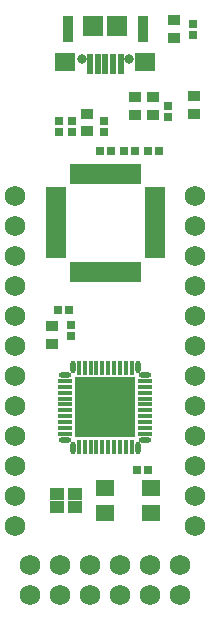
<source format=gts>
G04 Layer_Color=8388736*
%FSLAX25Y25*%
%MOIN*%
G70*
G01*
G75*
%ADD49O,0.04343X0.01784*%
%ADD50R,0.04540X0.01784*%
%ADD51O,0.01784X0.04343*%
%ADD52R,0.01784X0.04540*%
%ADD53R,0.19894X0.19894*%
%ADD54R,0.06706X0.06706*%
%ADD55R,0.07099X0.06300*%
%ADD56R,0.02300X0.06800*%
%ADD57R,0.05918X0.05328*%
%ADD58R,0.06942X0.01902*%
%ADD59R,0.01902X0.06942*%
%ADD60R,0.04300X0.03800*%
%ADD61R,0.04343X0.03556*%
%ADD62R,0.04737X0.03950*%
%ADD63R,0.02769X0.02769*%
%ADD64R,0.02769X0.02769*%
%ADD65C,0.03300*%
%ADD66R,0.03800X0.08800*%
%ADD67C,0.06800*%
%ADD68C,0.03162*%
D49*
X43386Y28673D02*
D03*
Y50327D02*
D03*
X16614D02*
D03*
Y28673D02*
D03*
D50*
X43287Y30642D02*
D03*
Y32610D02*
D03*
Y34579D02*
D03*
Y36547D02*
D03*
Y38516D02*
D03*
Y40484D02*
D03*
Y42453D02*
D03*
Y44421D02*
D03*
Y46390D02*
D03*
Y48358D02*
D03*
X16713D02*
D03*
Y46390D02*
D03*
Y44421D02*
D03*
Y42453D02*
D03*
Y40484D02*
D03*
Y38516D02*
D03*
Y36547D02*
D03*
Y34579D02*
D03*
Y32610D02*
D03*
Y30642D02*
D03*
D51*
X40827Y52886D02*
D03*
X19173D02*
D03*
Y26114D02*
D03*
X40827D02*
D03*
D52*
X38858Y52787D02*
D03*
X36890D02*
D03*
X34921D02*
D03*
X32953D02*
D03*
X30984D02*
D03*
X29016D02*
D03*
X27047D02*
D03*
X25079D02*
D03*
X23110D02*
D03*
X21142D02*
D03*
Y26213D02*
D03*
X23110D02*
D03*
X25079D02*
D03*
X27047D02*
D03*
X29016D02*
D03*
X30984D02*
D03*
X32953D02*
D03*
X34921D02*
D03*
X36890D02*
D03*
X38858D02*
D03*
D53*
X30000Y39500D02*
D03*
D54*
X26063Y166780D02*
D03*
X33937D02*
D03*
D55*
X16614Y154681D02*
D03*
X43386D02*
D03*
D56*
X35118Y153984D02*
D03*
X24882D02*
D03*
X27441D02*
D03*
X32559D02*
D03*
X30000D02*
D03*
D57*
X45177Y12732D02*
D03*
Y4268D02*
D03*
X29823D02*
D03*
Y12732D02*
D03*
D58*
X13543Y111827D02*
D03*
Y109858D02*
D03*
Y107890D02*
D03*
Y105921D02*
D03*
Y103953D02*
D03*
Y101984D02*
D03*
Y100016D02*
D03*
Y98047D02*
D03*
Y96079D02*
D03*
Y94110D02*
D03*
Y92142D02*
D03*
Y90173D02*
D03*
X46457D02*
D03*
Y92142D02*
D03*
Y94110D02*
D03*
Y96079D02*
D03*
Y98047D02*
D03*
Y100016D02*
D03*
Y101984D02*
D03*
Y103953D02*
D03*
Y105921D02*
D03*
Y107890D02*
D03*
Y109858D02*
D03*
Y111827D02*
D03*
D59*
X19173Y84543D02*
D03*
X21142D02*
D03*
X23110D02*
D03*
X25079D02*
D03*
X27047D02*
D03*
X29016D02*
D03*
X30984D02*
D03*
X32953D02*
D03*
X34921D02*
D03*
X36890D02*
D03*
X38858D02*
D03*
X40827D02*
D03*
Y117457D02*
D03*
X38858D02*
D03*
X36890D02*
D03*
X34921D02*
D03*
X32953D02*
D03*
X30984D02*
D03*
X29016D02*
D03*
X27047D02*
D03*
X25079D02*
D03*
X23110D02*
D03*
X21142D02*
D03*
X19173D02*
D03*
D60*
X52953Y162551D02*
D03*
Y168551D02*
D03*
X40000Y137000D02*
D03*
Y143000D02*
D03*
X12402Y60583D02*
D03*
Y66583D02*
D03*
X59646Y143157D02*
D03*
Y137157D02*
D03*
D61*
X46000Y137047D02*
D03*
Y142953D02*
D03*
X24000Y137453D02*
D03*
Y131547D02*
D03*
D62*
X14000Y10500D02*
D03*
Y6169D02*
D03*
X19906Y10500D02*
D03*
Y6169D02*
D03*
D63*
X28179Y125000D02*
D03*
X31821D02*
D03*
X40679Y18500D02*
D03*
X44321D02*
D03*
X14321Y71850D02*
D03*
X17963D02*
D03*
X47821Y125000D02*
D03*
X44179D02*
D03*
X39821D02*
D03*
X36179D02*
D03*
D64*
X59252Y167372D02*
D03*
Y163730D02*
D03*
X29500Y131179D02*
D03*
Y134821D02*
D03*
X51000Y136179D02*
D03*
Y139821D02*
D03*
X14500Y134821D02*
D03*
Y131179D02*
D03*
X19000Y134821D02*
D03*
Y131179D02*
D03*
X18500Y63179D02*
D03*
Y66821D02*
D03*
D65*
X22126Y155559D02*
D03*
X37874D02*
D03*
D66*
X17500Y165500D02*
D03*
X42500D02*
D03*
D67*
X4921Y-23031D02*
D03*
X14921D02*
D03*
X24921D02*
D03*
X34921D02*
D03*
X44921D02*
D03*
X54921D02*
D03*
X4921Y-13032D02*
D03*
X14921D02*
D03*
X24921D02*
D03*
X34921D02*
D03*
X44921D02*
D03*
X54921D02*
D03*
X59984Y109984D02*
D03*
Y99984D02*
D03*
Y89984D02*
D03*
Y79984D02*
D03*
Y69984D02*
D03*
Y59984D02*
D03*
Y49984D02*
D03*
Y39984D02*
D03*
Y29984D02*
D03*
Y19984D02*
D03*
Y9984D02*
D03*
Y-16D02*
D03*
X-16D02*
D03*
Y9984D02*
D03*
Y19984D02*
D03*
Y29984D02*
D03*
Y39984D02*
D03*
Y49984D02*
D03*
Y59984D02*
D03*
Y69984D02*
D03*
Y79984D02*
D03*
Y89984D02*
D03*
Y99984D02*
D03*
Y109984D02*
D03*
D68*
X36496Y33004D02*
D03*
X32165D02*
D03*
X27835D02*
D03*
X23504D02*
D03*
X36496Y37335D02*
D03*
X32165D02*
D03*
X27835D02*
D03*
X23504D02*
D03*
X36496Y41665D02*
D03*
X32165D02*
D03*
X27835D02*
D03*
X23504D02*
D03*
X36496Y45996D02*
D03*
X32165D02*
D03*
X27835D02*
D03*
X23504D02*
D03*
M02*

</source>
